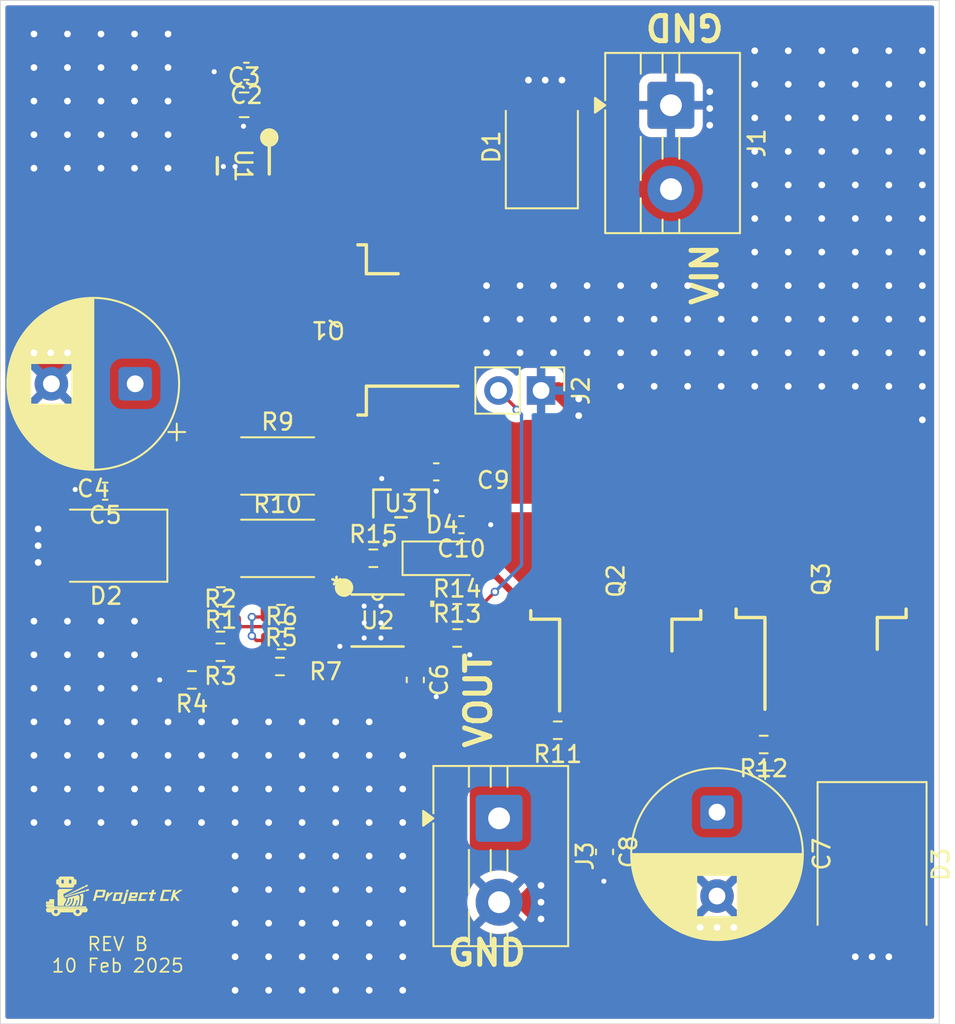
<source format=kicad_pcb>
(kicad_pcb (version 20241229) (generator "pcbnew") (generator_version "9.0")
  (layers (0 "F.Cu" signal) (4 "In1.Cu" signal) (6 "In2.Cu" signal) (2 "B.Cu" signal) (13 "F.Paste" user) (15 "B.Paste" user) (5 "F.SilkS" user "F.Silkscreen") (7 "B.SilkS" user "B.Silkscreen") (1 "F.Mask" user) (3 "B.Mask" user) (25 "Edge.Cuts" user))
  (net 0 "")
  (net 1 "GND")
  (net 2 "/VIN")
  (net 3 "/TIMER")
  (net 4 "/OUT")
  (net 5 "Net-(D4-K)")
  (net 6 "/GATE")
  (net 7 "Net-(J2-Pin_2)")
  (net 8 "Net-(Q1-Gate)")
  (net 9 "/SEN")
  (net 10 "Net-(Q2-Gate)")
  (net 11 "Net-(Q3-Gate)")
  (net 12 "Net-(R1-Pad2)")
  (net 13 "/UVLO")
  (net 14 "Net-(R3-Pad2)")
  (net 15 "Net-(R5-Pad2)")
  (net 16 "/OVLO")
  (net 17 "/PWR")
  (net 18 "Net-(U2-PGD)")
  (net 19 "Net-(U3-BASE)")
  (net 20 "Net-(D1-A1)")
  (net 21 "Net-(U1-VCAP)")
  (footprint "Resistor_SMD:R_2512_6332Metric" (layer "F.Cu") (at 95.5375 80.75)
    (property "Reference" "R9")
    (property "Value" "5mΩ")
  )
  (footprint "Capacitor_THT:CP_Radial_D10.0mm_P5.00mm" (layer "F.Cu") (at 121.75 101.382323 -90)
    (property "Reference" "C7")
    (property "Value" "220uF")
  )
  (footprint "Capacitor_SMD:C_0603_1608Metric" (layer "F.Cu") (at 115.04 103.75 -90)
    (property "Reference" "C8")
    (property "Value" "100nF")
  )
  (footprint "Resistor_SMD:R_0603_1608Metric" (layer "F.Cu") (at 90.425 93.5 180)
    (property "Reference" "R4")
    (property "Value" "7.5kΩ")
  )
  (footprint "Capacitor_SMD:C_0805_2012Metric" (layer "F.Cu") (at 93.54 59.222323)
    (property "Reference" "C3")
    (property "Value" "1uF")
  )
  (footprint "Capacitor_SMD:C_0603_1608Metric" (layer "F.Cu") (at 105 81.1)
    (property "Reference" "C9")
    (property "Value" "47nF")
  )
  (footprint "Resistor_SMD:R_0603_1608Metric" (layer "F.Cu") (at 92.15 88.5 180)
    (property "Reference" "R1")
    (property "Value" "47kΩ")
  )
  (footprint "Resistor_SMD:R_0603_1608Metric" (layer "F.Cu") (at 124.535 97.35 180)
    (property "Reference" "R12")
    (property "Value" "10Ω")
  )
  (footprint "Diode_SMD:D_SMB" (layer "F.Cu") (at 111.3 61.732323 90)
    (property "Reference" "D1")
    (property "Value" "D_TVS")
  )
  (footprint "Resistor_SMD:R_0603_1608Metric" (layer "F.Cu") (at 92.125 90.1)
    (property "Reference" "R2")
    (property "Value" "620Ω")
  )
  (footprint "Capacitor_THT:CP_Radial_D10.0mm_P5.00mm" (layer "F.Cu") (at 87.04 75.85 180)
    (property "Reference" "C4")
    (property "Value" "220uF")
  )
  (footprint "Capacitor_SMD:C_0603_1608Metric" (layer "F.Cu") (at 85.25 82.25 180)
    (property "Reference" "C5")
    (property "Value" "100nF")
  )
  (footprint "TerminalBlock:TerminalBlock_MaiXu_MX126-5.0-02P_1x02_P5.00mm" (layer "F.Cu") (at 119 59.25 -90)
    (property "Reference" "J1")
    (property "Value" "Conn_01x02_Socket")
  )
  (footprint "Resistor_SMD:R_0603_1608Metric" (layer "F.Cu") (at 101.25 86.25)
    (property "Reference" "R15")
    (property "Value" "1kΩ")
  )
  (footprint "Capacitor_SMD:C_0603_1608Metric" (layer "F.Cu") (at 106.5 84.25 180)
    (property "Reference" "C10")
    (property "Value" "100nF")
  )
  (footprint "Protection_Footprint_Library:DBV0006A_N" (layer "F.Cu") (at 93.489998 62.847324 -90)
    (property "Reference" "U1")
    (property "Value" "LM74700QDBVRQ1")
  )
  (footprint "Resistor_SMD:R_0603_1608Metric" (layer "F.Cu") (at 112.25 96.5 180)
    (property "Reference" "R11")
    (property "Value" "10Ω")
  )
  (footprint "Resistor_SMD:R_2512_6332Metric" (layer "F.Cu") (at 95.5375 85.66)
    (property "Reference" "R10")
    (property "Value" "5mΩ")
  )
  (footprint "Diode_SMD:D_SMB" (layer "F.Cu") (at 85.3 85.5 180)
    (property "Reference" "D2")
    (property "Value" "D_TVS")
  )
  (footprint "Protection_Footprint_Library:MUB10A" (layer "F.Cu") (at 101.5 89.96)
    (property "Reference" "U2")
    (property "Value" "LM5069MMX-2/NOPB")
  )
  (footprint "Resistor_SMD:R_0603_1608Metric" (layer "F.Cu") (at 95.675 92.7 180)
    (property "Reference" "R7")
    (property "Value" "3kΩ")
  )
  (footprint "Diode_SMD:D_SOD-123" (layer "F.Cu") (at 105.35 86.25)
    (property "Reference" "D4")
    (property "Value" "1N4148W")
  )
  (footprint "Resistor_SMD:R_0603_1608Metric" (layer "F.Cu") (at 106.25 89.5)
    (property "Reference" "R14")
    (property "Value" "100kΩ")
  )
  (footprint "TerminalBlock:TerminalBlock_MaiXu_MX126-5.0-02P_1x02_P5.00mm" (layer "F.Cu") (at 108.75 101.75 -90)
    (property "Reference" "J3")
    (property "Value" "Conn_01x02_Socket")
  )
  (footprint "LOGO" (layer "F.Cu") (at 85.7285 105.945364)
    (property "Reference" "G***" (hide yes))
    (property "Value" "LOGO" (hide yes))
  )
  (footprint "Protection_Footprint_Library:KTT0002A" (layer "F.Cu") (at 127.96 87.5 90)
    (property "Reference" "Q3")
    (property "Value" "CSD19536KTT")
  )
  (footprint "Resistor_SMD:R_0603_1608Metric" (layer "F.Cu") (at 95.775 91.15)
    (property "Reference" "R6")
    (property "Value" "620Ω")
  )
  (footprint "Diode_SMD:D_SMC" (layer "F.Cu") (at 131 104.5 -90)
    (property "Reference" "D3")
    (property "Value" "D_Schottky")
  )
  (footprint "Protection_Footprint_Library:KTT0002A" (layer "F.Cu") (at 115.71 87.6 90)
    (property "Reference" "Q2")
    (property "Value" "CSD19536KTT")
  )
  (footprint "Protection_Footprint_Library:SOT-23-3_1P4X3P040_ONS" (layer "F.Cu") (at 102.8975 82.984)
    (property "Reference" "U3")
    (property "Value" "MMBT5401LT1G")
  )
  (footprint "Resistor_SMD:R_0603_1608Metric" (layer "F.Cu") (at 106.25 91)
    (property "Reference" "R13")
    (property "Value" "22kΩ")
  )
  (footprint "Resistor_SMD:R_0603_1608Metric" (layer "F.Cu") (at 95.75 89.55 180)
    (property "Reference" "R5")
    (property "Value" "24kΩ")
  )
  (footprint "Capacitor_SMD:C_0603_1608Metric" (layer "F.Cu") (at 93.672323 57.222323 180)
    (property "Reference" "C2")
    (property "Value" "100nF")
  )
  (footprint "Capacitor_SMD:C_0603_1608Metric" (layer "F.Cu") (at 103.75 93.5 -90)
    (property "Reference" "C6")
    (property "Value" "6.8uF")
  )
  (footprint "Connector_PinHeader_2.54mm:PinHeader_1x02_P2.54mm_Vertical" (layer "F.Cu") (at 111.252761 76.250712 -90)
    (property "Reference" "J2")
    (property "Value" "Conn_01x02_Socket")
  )
  (footprint "Resistor_SMD:R_0603_1608Metric" (layer "F.Cu") (at 92.125 91.85 180)
    (property "Reference" "R3")
    (property "Value" "2kΩ")
  )
  (footprint "Protection_Footprint_Library:KTT0002A" (layer "F.Cu") (at 98.55 72.64 180)
    (property "Reference" "Q1")
    (property "Value" "CSD19536KTT")
  )
  (gr_line (start 103.75 91) (end 103.75 92.75) (stroke (width 0.2)) (layer "F.Cu") (net 3))
  (gr_circle (center 95.039997 61.172324) (end 95.539997 61.172324) (stroke (width 0.1)) (fill yes) (layer "F.SilkS"))
  (gr_circle (center 99.5 88) (end 100 88) (stroke (width 0.1)) (fill yes) (layer "F.SilkS"))
  (gr_line (start 135 114) (end 135 53) (stroke (width 0.05)) (layer "Edge.Cuts"))
  (gr_line (start 83 53) (end 79 53) (stroke (width 0.05)) (layer "Edge.Cuts"))
  (gr_line (start 79 114) (end 135 114) (stroke (width 0.05)) (layer "Edge.Cuts"))
  (gr_line (start 135 53) (end 83 53) (stroke (width 0.05)) (layer "Edge.Cuts"))
  (gr_line (start 79 53) (end 79 114) (stroke (width 0.05)) (layer "Edge.Cuts"))
  (gr_text "GND" (at 105.54 110.65 0) (layer "F.SilkS") (effects (font (size 1.5 1.5) (thickness 0.3) (bold yes)) (justify left bottom)))
  (gr_text "VOUT" (at 108.39 97.7 90) (layer "F.SilkS") (effects (font (size 1.5 1.5) (thickness 0.3) (bold yes)) (justify left bottom)))
  (gr_text "GND" (at 122.3 53.7 180) (layer "F.SilkS") (effects (font (size 1.5 1.5) (thickness 0.3) (bold yes)) (justify left bottom)))
  (gr_text "REV B\n10 Feb 2025" (at 86 111 0) (layer "F.SilkS") (effects (font (size 0.8 0.8) (thickness 0.1)) (justify bottom)))
  (gr_text "VIN" (at 121.9 71.31 90) (layer "F.SilkS") (effects (font (size 1.5 1.5) (thickness 0.3) (bold yes)) (justify left bottom)))
  (segment (start 83.56 82.25) (end 83.46 82.15) (width 1) (layer "F.Cu") (net 1))
  (segment (start 104.225 81.475) (end 105 82.25) (width 0.4) (layer "F.Cu") (net 1))
  (segment (start 103.75 94.275) (end 104.775 94.275) (width 0.2) (layer "F.Cu") (net 1))
  (segment (start 82.04 74.04) (end 82 74) (width 1) (layer "F.Cu") (net 1))
  (segment (start 102.218 81.968) (end 101.75 81.5) (width 0.4) (layer "F.Cu") (net 1))
  (segment (start 131 109) (end 132 110) (width 1) (layer "F.Cu") (net 1))
  (segment (start 107.075 91) (end 107.075 91.925) (width 0.2) (layer "F.Cu") (net 1))
  (segment (start 82.04 75.04) (end 81 74) (width 1) (layer "F.Cu") (net 1))
  (segment (start 103.357 81.968) (end 104.225 81.1) (width 0.4) (layer "F.Cu") (net 1))
  (segment (start 82.04 74.96) (end 83 74) (width 1) (layer "F.Cu") (net 1))
  (segment (start 108.75 106.75) (end 110.25 106.75) (width 1) (layer "F.Cu") (net 1))
  (segment (start 82.04 75.85) (end 82.04 75.04) (width 1) (layer "F.Cu") (net 1))
  (segment (start 91.75 57.25) (end 92.869646 57.25) (width 0.4) (layer "F.Cu") (net 1))
  (segment (start 110.25 106.75) (end 111.25 105.75) (width 1) (layer "F.Cu") (net 1))
  (segment (start 115.04 105.46) (end 115 105.5) (width 1) (layer "F.Cu") (net 1))
  (segment (start 112.762761 76.250712) (end 113.512761 75.500712) (width 1) (layer "F.Cu") (net 1))
  (segment (start 113.262761 76.250712) (end 113.512761 76.500712) (width 1) (layer "F.Cu") (net 1))
  (segment (start 99.3029 91.4471) (end 99.25 91.5) (width 0.2) (layer "F.Cu") (net 1))
  (segment (start 93.5 61.462321) (end 93.489998 61.472323) (width 0.4) (layer "F.Cu") (net 1))
  (segment (start 104.225 81.1) (end 104.225 81.475) (width 0.4) (layer "F.Cu") (net 1))
  (segment (start 131 109) (end 130 110) (width 1) (layer "F.Cu") (net 1))
  (segment (start 115.04 104.525) (end 115.04 105.46) (width 1) (layer "F.Cu") (net 1))
  (segment (start 131 107.9) (end 131 109) (width 1) (layer "F.Cu") (net 1))
  (segment (start 83.15 85.5) (end 82.25 85.5) (width 1) (layer "F.Cu") (net 1))
  (segment (start 82.25 85.5) (end 81.25 84.5) (width 1) (layer "F.Cu") (net 1))
  (segment (start 107.075 91.925) (end 107 92) (width 0.2) (layer "F.Cu") (net 1))
  (segment (start 99.3029 90.960001) (end 99.3029 91.4471) (width 0.2) (layer "F.Cu") (net 1))
  (segment (start 92.869646 57.25) (end 92.897323 57.222323) (width 0.4) (layer "F.Cu") (net 1))
  (segment (start 102.8975 81.968) (end 103.357 81.968) (width 0.4) (layer "F.Cu") (net 1))
  (segment (start 102.8975 81.968) (end 102.218 81.968) (width 0.4) (layer "F.Cu") (net 1))
  (segment (start 104.775 94.275) (end 105 94.5) (width 0.2) (layer "F.Cu") (net 1))
  (segment (start 107.275 84.25) (end 108.25 84.25) (width 0.4) (layer "F.Cu") (net 1))
  (segment (start 82.04 75.85) (end 82.04 74.96) (width 1) (layer "F.Cu") (net 1))
  (segment (start 84.475 82.25) (end 83.56 82.25) (width 1) (layer "F.Cu") (net 1))
  (segment (start 131 107.9) (end 131 110) (width 1) (layer "F.Cu") (net 1))
  (segment (start 93.5 60.5) (end 93.5 61.462321) (width 0.4) (layer "F.Cu") (net 1))
  (segment (start 83.15 85.5) (end 81.25 85.5) (width 1) (layer "F.Cu") (net 1))
  (segment (start 82.04 75.85) (end 82.04 74.04) (width 1) (layer "F.Cu") (net 1))
  (segment (start 110.25 106.75) (end 111.25 107.75) (width 1) (layer "F.Cu") (net 1))
  (segment (start 108.75 106.75) (end 111.25 106.75) (width 1) (layer "F.Cu") (net 1))
  (segment (start 82.25 85.5) (end 81.25 86.5) (width 1) (layer "F.Cu") (net 1))
  (segment (start 89.6 93.5) (end 88.5 93.5) (width 0.2) (layer "F.Cu") (net 1))
  (segment (start 112.262761 76.250712) (end 113.512761 77.500712) (width 1) (layer "F.Cu") (net 1))
  (segment (start 94.7 92.85) (end 94.85 92.7) (width 0.2) (layer "F.Cu") (net 1))
  (via (at 82 74) (size 0.8) (drill 0.4) (layers "F.Cu" "B.Cu") (net 1))
  (via (at 87 59) (size 0.8) (drill 0.4) (layers "F.Cu" "B.Cu") (net 1))
  (via (at 113.5 77.75) (size 0.8) (drill 0.4) (layers "F.Cu" "B.Cu") (net 1))
  (via (at 126 74) (size 0.8) (drill 0.4) (layers "F.Cu" "B.Cu") (net 1))
  (via (at 124 60) (size 0.8) (drill 0.4) (layers "F.Cu" "B.Cu") (net 1))
  (via (at 130 68) (size 0.8) (drill 0.4) (layers "F.Cu" "B.Cu") (net 1))
  (via (at 83 98) (size 0.8) (drill 0.4) (layers "F.Cu" "B.Cu") (net 1))
  (via (at 85 59) (size 0.8) (drill 0.4) (layers "F.Cu" "B.Cu") (net 1))
  (via (at 81 55) (size 0.8) (drill 0.4) (layers "F.Cu" "B.Cu") (net 1))
  (via (at 130 62) (size 0.8) (drill 0.4) (layers "F.Cu" "B.Cu") (net 1))
  (via (at 83 100) (size 0.8) (drill 0.4) (layers "F.Cu" "B.Cu") (net 1))
  (via (at 134 64) (size 0.8) (drill 0.4) (layers "F.Cu" "B.Cu") (net 1))
  (via (at 95 106) (size 0.8) (drill 0.4) (layers "F.Cu" "B.Cu") (net 1))
  (via (at 126 62) (size 0.8) (drill 0.4) (layers "F.Cu" "B.Cu") (net 1))
  (via (at 101 96) (size 0.8) (drill 0.4) (layers "F.Cu" "B.Cu") (net 1))
  (via (at 91 102) (size 0.8) (drill 0.4) (layers "F.Cu" "B.Cu") (net 1))
  (via (at 128 72) (size 0.8) (drill 0.4) (layers "F.Cu" "B.Cu") (net 1))
  (via (at 93 106) (size 0.8) (drill 0.4) (layers "F.Cu" "B.Cu") (net 1))
  (via (at 83 96) (size 0.8) (drill 0.4) (layers "F.Cu" "B.Cu") (net 1))
  (via (at 89 57) (size 0.8) (drill 0.4) (layers "F.Cu" "B.Cu") (net 1))
  (via (at 81 61) (size 0.8) (drill 0.4) (layers "F.Cu" "B.Cu") (net 1))
  (via (at 120 72) (size 0.8) (drill 0.4) (layers "F.Cu" "B.Cu") (net 1))
  (via (at 103 110) (size 0.8) (drill 0.4) (layers "F.Cu" "B.Cu") (net 1))
  (via (at 83 94) (size 0.8) (drill 0.4) (layers "F.Cu" "B.Cu") (net 1))
  (via (at 83 59) (size 0.8) (drill 0.4) (layers "F.Cu" "B.Cu") (net 1))
  (via (at 121.3175 59.44) (size 0.8) (drill 0.4) (layers "F.Cu" "B.Cu") (net 1))
  (via (at 126 56) (size 0.8) (drill 0.4) (layers "F.Cu" "B.Cu") (net 1))
  (via (at 114 74) (size 0.8) (drill 0.4) (layers "F.Cu" "B.Cu") (net 1))
  (via (at 83 63) (size 0.8) (drill 0.4) (layers "F.Cu" "B.Cu") (net 1))
  (via (at 126 76) (size 0.8) (drill 0.4) (layers "F.Cu" "B.Cu") (net 1))
  (via (at 101.7 90.1) (size 0.5) (drill 0.3) (layers "F.Cu" "B.Cu") (net 1))
  (via (at 101 108) (size 0.8) (drill 0.4) (layers "F.Cu" "B.Cu") (net 1))
  (via (at 87 102) (size 0.8) (drill 0.4) (layers "F.Cu" "B.Cu") (net 1))
  (via (at 83 57) (size 0.8) (drill 0.4) (layers "F.Cu" "B.Cu") (net 1))
  (via (at 132 68) (size 0.8) (drill 0.4) (layers "F.Cu" "B.Cu") (net 1))
  (via (at 108 72) (size 0.8) (drill 0.4) (layers "F.Cu" "B.Cu") (net 1))
  (via (at 97 112) (size 0.8) (drill 0.4) (layers "F.Cu" "B.Cu") (net 1))
  (via (at 114 70) (size 0.8) (drill 0.4) (layers "F.Cu" "B.Cu") (net 1))
  (via (at 120.75 108.25) (size 0.8) (drill 0.4) (layers "F.Cu" "B.Cu") (net 1))
  (via (at 110 72) (size 0.8) (drill 0.4) (layers "F.Cu" "B.Cu") (net 1))
  (via (at 85 102) (size 0.8) (drill 0.4) (layers "F.Cu" "B.Cu") (net 1))
  (via (at 118 74) (size 0.8) (drill 0.4) (layers "F.Cu" "B.Cu") (net 1))
  (via (at 126 64) (size 0.8) (drill 0.4) (layers "F.Cu" "B.Cu") (net 1))
  (via (at 97 102) (size 0.8) (drill 0.4) (layers "F.Cu" "B.Cu") (net 1))
  (via (at 128 70) (size 0.8) (drill 0.4) (layers "F.Cu" "B.Cu") (net 1))
  (via (at 116 70) (size 0.8) (drill 0.4) (layers "F.Cu" "B.Cu") (net 1))
  (via (at 93 104) (size 0.8) (drill 0.4) (layers "F.Cu" "B.Cu") (net 1))
  (via (at 124 64) (size 0.8) (drill 0.4) (layers "F.Cu" "B.Cu") (net 1))
  (via (at 134 62) (size 0.8) (drill 0.4) (layers "F.Cu" "B.Cu") (net 1))
  (via (at 97 104) (size 0.8) (drill 0.4) (layers "F.Cu" "B.Cu") (net 1))
  (via (at 83 92) (size 0.8) (drill 0.4) (layers "F.Cu" "B.Cu") (net 1))
  (via (at 87 98) (size 0.8) (drill 0.4) (layers "F.Cu" "B.Cu") (net 1))
  (via (at 81 59) (size 0.8) (drill 0.4) (layers "F.Cu" "B.Cu") (net 1))
  (via (at 95 102) (size 0.8) (drill 0.4) (layers "F.Cu" "B.Cu") (net 1))
  (via (at 89 59) (size 0.8) (drill 0.4) (layers "F.Cu" "B.Cu") (net 1))
  (via (at 101.7 89.1) (size 0.5) (drill 0.3) (layers "F.Cu" "B.Cu") (net 1))
  (via (at 99 102) (size 0.8) (drill 0.4) (layers "F.Cu" "B.Cu") (net 1))
  (via (at 132 110) (size 0.8) (drill 0.4) (layers "F.Cu" "B.Cu") (net 1))
  (via (at 130 70) (size 0.8) (drill 0.4) (layers "F.Cu" "B.Cu") (net 1))
  (via (at 91 98) (size 0.8) (drill 0.4) (layers "F.Cu" "B.Cu") (net 1))
  (via (at 126 72) (size 0.8) (drill 0.4) (layers "F.Cu" "B.Cu") (net 1))
  (via (at 88.5 93.5) (size 0.5) (drill 0.3) (layers "F.Cu" "B.Cu") (net 1))
  (via (at 81.25 86.5) (size 0.8) (drill 0.4) (layers "F.Cu" "B.Cu") (net 1))
  (via (at 121.3175 60.44) (size 0.8) (drill 0.4) (layers "F.Cu" "B.Cu") (net 1))
  (via (at 122 70) (size 0.8) (drill 0.4) (layers "F.Cu" "B.Cu") (net 1))
  (via (at 93 102) (size 0.8) (drill 0.4) (layers "F.Cu" "B.Cu") (net 1))
  (via (at 81.25 84.5) (size 0.8) (drill 0.4) (layers "F.Cu" "B.Cu") (net 1))
  (via (at 128 66) (size 0.8) (drill 0.4) (layers "F.Cu" "B.Cu") (net 1))
  (via (at 93 96) (size 0.8) (drill 0.4) (layers "F.Cu" "B.Cu") (net 1))
  (via (at 128 76) (size 0.8) (drill 0.4) (layers "F.Cu" "B.Cu") (net 1))
  (via (at 110.5 57.75) (size 0.8) (drill 0.4) (layers "F.Cu" "B.Cu") (net 1))
  (via (at 101 110) (size 0.8) (drill 0.4) (layers "F.Cu" "B.Cu") (net 1))
  (via (at 122 72) (size 0.8) (drill 0.4) (layers "F.Cu" "B.Cu") (net 1))
  (via (at 99 110) (size 0.8) (drill 0.4) (layers "F.Cu" "B.Cu") (net 1))
  (via (at 131 110) (size 0.8) (drill 0.4) (layers "F.Cu" "B.Cu") (net 1))
  (via (at 134 58) (size 0.8) (drill 0.4) (layers "F.Cu" "B.Cu") (net 1))
  (via (at 85 94) (size 0.8) (drill 0.4) (layers "F.Cu" "B.Cu") (net 1))
  (via (at 120 76) (size 0.8) (drill 0.4) (layers "F.Cu" "B.Cu") (net 1))
  (via (at 111.5 57.75) (size 0.8) (drill 0.4) (layers "F.Cu" "B.Cu") (net 1))
  (via (at 97 96) (size 0.8) (drill 0.4) (layers "F.Cu" "B.Cu") (net 1))
  (via (at 126 66) (size 0.8) (drill 0.4) (layers "F.Cu" "B.Cu") (net 1))
  (via (at 105 94.5) (size 0.5) (drill 0.3) (layers "F.Cu" "B.Cu") (net 1))
  (via (at 126 70) (size 0.8) (drill 0.4) (layers "F.Cu" "B.Cu") (net 1))
  (via (at 85 100) (size 0.8) (drill 0.4) (layers "F.Cu" "B.Cu") (net 1))
  (via (at 128 68) (size 0.8) (drill 0.4) (layers "F.Cu" "B.Cu") (net 1))
  (via (at 103 100) (size 0.8) (drill 0.4) (layers "F.Cu" "B.Cu") (net 1))
  (via (at 95 100) (size 0.8) (drill 0.4) (layers "F.Cu" "B.Cu") (net 1))
  (via (at 89 98) (size 0.8) (drill 0.4) (layers "F.Cu" "B.Cu") (net 1))
  (via (at 92.3 62.9) (size 0.5) (drill 0.3) (layers "F.Cu" "B.Cu") (net 1))
  (via (at 85 61) (size 0.8) (drill 0.4) (layers "F.Cu" "B.Cu") (net 1))
  (via (at 97 110) (size 0.8) (drill 0.4) (layers "F.Cu" "B.Cu") (net 1))
  (via (at 108.25 84.25) (size 0.5) (drill 0.3) (layers "F.Cu" "B.Cu") (net 1))
  (via (at 81 98) (size 0.8) (drill 0.4) (layers "F.Cu" "B.Cu") (net 1))
  (via (at 124 74) (size 0.8) (drill 0.4) (layers "F.Cu" "B.Cu") (net 1))
  (via (at 103 108) (size 0.8) (drill 0.4) (layers "F.Cu" "B.Cu") (net 1))
  (via (at 112 70) (size 0.8) (drill 0.4) (layers "F.Cu" "B.Cu") (net 1))
  (via (at 134 76) (size 0.8) (drill 0.4) (layers "F.Cu" "B.Cu") (net 1))
  (via (at 128 64) (size 0.8) (drill 0.4) (layers "F.Cu" "B.Cu") (net 1))
  (via (at 122 74) (size 0.8) (drill 0.4) (layers "F.Cu" "B.Cu") (net 1))
  (via (at 97 106) (size 0.8) (drill 0.4) (layers "F.Cu" "B.Cu") (net 1))
  (via (at 128 60) (size 0.8) (drill 0.4) (layers "F.Cu" "B.Cu") (net 1))
  (via (at 83.46 82.15) (size 0.5) (drill 0.3) (layers "F.Cu" "B.Cu") (net 1))
  (via (at 110 74) (size 0.8) (drill 0.4) (layers "F.Cu" "B.Cu") (net 1))
  (via (at 126 60) (size 0.8) (drill 0.4) (layers "F.Cu" "B.Cu") (net 1))
  (via (at 112 74) (size 0.8) (drill 0.4) (layers "F.Cu" "B.Cu") (net 1))
  (via (at 85 96) (size 0.8) (drill 0.4) (layers "F.Cu" "B.Cu") (net 1))
  (via (at 83 74) (size 0.8) (drill 0.4) (layers "F.Cu" "B.Cu") (net 1))
  (via (at 132 76) (size 0.8) (drill 0.4) (layers "F.Cu" "B.Cu") (net 1))
  (via (at 89 63) (size 0.8) (drill 0.4) (layers "F.Cu" "B.Cu") (net 1))
  (via (at 134 70) (size 0.8) (drill 0.4) (layers "F.Cu" "B.Cu") (net 1))
  (via (at 130 72) (size 0.8) (drill 0.4) (layers "F.Cu" "B.Cu") (net 1))
  (via (at 85 92) (size 0.8) (drill 0.4) (layers "F.Cu" "B.Cu") (net 1))
  (via (at 83 61) (size 0.8) (drill 0.4) (layers "F.Cu" "B.Cu") (net 1))
  (via (at 116 72) (size 0.8) (drill 0.4) (layers "F.Cu" "B.Cu") (net 1))
  (via (at 103 106) (size 0.8) (drill 0.4) (layers "F.Cu" "B.Cu") (net 1))
  (via (at 93 108) (size 0.8) (drill 0.4) (layers "F.Cu" "B.Cu") (net 1))
  (via (at 130 64) (size 0.8) (drill 0.4) (layers "F.Cu" "B.Cu") (net 1))
  (via (at 83 90) (size 0.8) (drill 0.4) (layers "F.Cu" "B.Cu") (net 1))
  (via (at 99 100) (size 0.8) (drill 0.4) (layers "F.Cu" "B.Cu") (net 1))
  (via (at 101 104) (size 0.8) (drill 0.4) (layers "F.Cu" "B.Cu") (net 1))
  (via (at 97 100) (size 0.8) (drill 0.4) (layers "F.Cu" "B.Cu") (net 1))
  (via (at 91.75 57.25) (size 0.5) (drill 0.3) (layers "F.Cu" "B.Cu") (net 1))
  (via (at 87 100) (size 0.8) (drill 0.4) (layers "F.Cu" "B.Cu") (net 1))
  (via (at 87 57) (size 0.8) (drill 0.4) (layers "F.Cu" "B.Cu") (net 1))
  (via (at 101.7 91) (size 0.5) (drill 0.3) (layers "F.Cu" "B.Cu") (net 1))
  (via (at 120 70) (size 0.8) (drill 0.4) (layers "F.Cu" "B.Cu") (net 1))
  (via (at 124 76) (size 0.8) (drill 0.4) (layers "F.Cu" "B.Cu") (net 1))
  (via (at 134 56) (size 0.8) (drill 0.4) (layers "F.Cu" "B.Cu") (net 1))
  (via (at 93 62.9) (size 0.5) (drill 0.3) (layers "F.Cu" "B.Cu") (net 1))
  (via (at 83 102) (size 0.8) (drill 0.4) (layers "F.Cu" "B.Cu") (net 1))
  (via (at 81 96) (size 0.8) (drill 0.4) (layers "F.Cu" "B.Cu") (net 1))
  (via (at 122.75 108.25) (size 0.8) (drill 0.4) (layers "F.Cu" "B.Cu") (net 1))
  (via (at 112 72) (size 0.8) (drill 0.4) (layers "F.Cu" "B.Cu") (net 1))
  (via (at 132 74) (size 0.8) (drill 0.4) (layers "F.Cu" "B.Cu") (net 1))
  (via (at 81 100) (size 0.8) (drill 0.4) (layers "F.Cu" "B.Cu") (net 1))
  (via (at 101 98) (size 0.8) (drill 0.4) (layers "F.Cu" "B.Cu") (net 1))
  (via (at 99 98) (size 0.8) (drill 0.4) (layers "F.Cu" "B.Cu") (net 1))
  (via (at 118 72) (size 0.8) (drill 0.4) (layers "F.Cu" "B.Cu") (net 1))
  (via (at 95 96) (size 0.8) (drill 0.4) (layers "F.Cu" "B.Cu") (net 1))
  (via (at 85 57) (size 0.8) (drill 0.4) (layers "F.Cu" "B.Cu") (net 1))
  (via (at 124 68) (size 0.8) (drill 0.4) (layers "F.Cu" "B.Cu") (net 1))
  (via (at 111.25 106.75) (size 0.8) (drill 0.4) (layers "F.Cu" "B.Cu") (net 1))
  (via (at 99.25 91.5) (size 0.5) (drill 0.3) (layers "F.Cu" "B.Cu") (net 1))
  (via (at 97 98) (size 0.8) (drill 0.4) (layers "F.Cu" "B.Cu") (net 1))
  (via (at 87 92) (size 0.8) (drill 0.4) (layers "F.Cu" "B.Cu") (net 1))
  (via (at 114 72) (size 0.8) (drill 0.4) (layers "F.Cu" "B.Cu") (net 1))
  (via (at 126 58) (size 0.8) (drill 0.4) (layers "F.Cu" "B.Cu") (net 1))
  (via (at 130 66) (size 0.8) (drill 0.4) (layers "F.Cu" "B.Cu") (net 1))
  (via (at 93 100) (size 0.8) (drill 0.4) (layers "F.Cu" "B.Cu") (net 1))
  (via (at 132 60) (size 0.8) (drill 0.4) (layers "F.Cu" "B.Cu") (net 1))
  (via (at 132 64) (size 0.8) (drill 0.4) (layers "F.Cu" "B.Cu") (net 1))
  (via (at 108 74) (size 0.8) (drill 0.4) (layers "F.Cu" "B.Cu") (net 1))
  (via (at 113.5 76.75) (size 0.8) (drill 0.4) (layers "F.Cu" "B.Cu") (net 1))
  (via (at 116 74) (size 0.8) (drill 0.4) (layers "F.Cu" "B.Cu") (net 1))
  (via (at 132 66) (size 0.8) (drill 0.4) (layers "F.Cu" "B.Cu") (net 1))
  (via (at 85 98) (size 0.8) (drill 0.4) (layers "F.Cu" "B.Cu") (net 1))
  (via (at 116 76) (size 0.8) (drill 0.4) (layers "F.Cu" "B.Cu") (net 1))
  (via (at 95 112) (size 0.8) (drill 0.4) (layers "F.Cu" "B.Cu") (net 1))
  (via (at 87 94) (size 0.8) (drill 0.4) (layers "F.Cu" "B.Cu") (net 1))
  (via (at 124 62) (size 0.8) (drill 0.4) (layers "F.Cu" "B.Cu") (net 1))
  (via (at 83 55) (size 0.8) (drill 0.4) (layers "F.Cu" "B.Cu") (net 1))
  (via (at 89 100) (size 0.8) (drill 0.4) (layers "F.Cu" "B.Cu") (net 1))
  (via (at 95 110) (size 0.8) (drill 0.4) (layers "F.Cu" "B.Cu") (net 1))
  (via (at 132 56) (size 0.8) (drill 0.4) (layers "F.Cu" "B.Cu") (net 1))
  (via (at 81 102) (size 0.8) (drill 0.4) (layers "F.Cu" "B.Cu") (net 1))
  (via (at 87 96) (size 0.8) (drill 0.4) (layers "F.Cu" "B.Cu") (net 1))
  (via (at 93.5 60.5) (size 0.5) (drill 0.3) (layers "F.Cu" "B.Cu") (net 1))
  (via (at 101 102) (size 0.8) (drill 0.4) (layers "F.Cu" "B.Cu") (net 1))
  (via (at 118 76) (size 0.8) (drill 0.4) (layers "F.Cu" "B.Cu") (net 1))
  (via (at 99 112) (size 0.8) (drill 0.4) (layers "F.Cu" "B.Cu") (net 1))
  (via (at 110 70) (size 0.8) (drill 0.4) (layers "F.Cu" "B.Cu") (net 1))
  (via (at 87 63) (size 0.8) (drill 0.4) (layers "F.Cu" "B.Cu") (net 1))
  (via (at 100.7 89.1) (size 0.5) (drill 0.3) (layers "F.Cu" "B.Cu") (net 1))
  (via (at 134 72) (size 0.8) (drill 0.4) (layers "F.Cu" "B.Cu") (net 1))
  (via (at 111.25 107.75) (size 0.8) (drill 0.4) (layers "F.Cu" "B.Cu") (net 1))
  (via (at 121.3175 58.44) (size 0.8) (drill 0.4) (layers "F.Cu" "B.Cu") (net 1))
  (via (at 124 56) (size 0.8) (drill 0.4) (layers "F.Cu" "B.Cu") (net 1))
  (via (at 87 55) (size 0.8) (drill 0.4) (layers "F.Cu" "B.Cu") (net 1))
  (via (at 108 70) (size 0.8) (drill 0.4) (layers "F.Cu" "B.Cu") (net 1))
  (via (at 89 96) (size 0.8) (drill 0.4) (layers "F.Cu" "B.Cu") (net 1))
  (via (at 128 56) (size 0.8) (drill 0.4) (layers "F.Cu" "B.Cu") (net 1))
  (via (at 128 62) (size 0.8) (drill 0.4) (layers "F.Cu" "B.Cu") (net 1))
  (via (at 103 112) (size 0.8) (drill 0.4) (layers "F.Cu" "B.Cu") (net 1))
  (via (at 93 98) (size 0.8) (drill 0.4) (layers "F.Cu" "B.Cu") (net 1))
  (via (at 93 112) (size 0.8) (drill 0.4) (layers "F.Cu" "B.Cu") (net 1))
  (via (at 115 105.5) (size 0.5) (drill 0.3) (layers "F.Cu" "B.Cu") (net 1))
  (via (at 134 78) (size 0.8) (drill 0.4) (layers "F.Cu" "B.Cu") (net 1))
  (via (at 99 108) (size 0.8) (drill 0.4) (layers "F.Cu" "B.Cu") (net 1))
  (via (at 85 90) (size 0.8) (drill 0.4) (layers "F.Cu" "B.Cu") (net 1))
  (via (at 105 82.25) (size 0.5) (drill 0.3) (layers "F.Cu" "B.Cu") (net 1))
  (via (at 132 62) (size 0.8) (drill 0.4) (layers "F.Cu" "B.Cu") (net 1))
  (via (at 124 58) (size 0.8) (drill 0.4) (layers "F.Cu" "B.Cu") (net 1))
  (via (at 130 56) (size 0.8) (drill 0.4) (layers "F.Cu" "B.Cu") (net 1))
  (via (at 89 102) (size 0.8) (drill 0.4) (layers "F.Cu" "B.Cu") (net 1))
  (via (at 107 92) (size 0.5) (drill 0.3) (layers "F.Cu" "B.Cu") (net 1))
  (via (at 134 60) (size 0.8) (drill 0.4) (layers "F.Cu" "B.Cu") (net 1))
  (via (at 89 61) (size 0.8) (drill 0.4) (layers "F.Cu" "B.Cu") (net 1))
  (via (at 134 66) (size 0.8) (drill 0.4) (layers "F.Cu" "B.Cu") (net 1))
  (via (at 91 100) (size 0.8) (drill 0.4) (layers "F.Cu" "B.Cu") (net 1))
  (via (at 111.25 105.75) (size 0.8) (drill 0.4) (layers "F.Cu" "B.Cu") (net 1))
  (via (at 99 106) (size 0.8) (drill 0.4) (layers "F.Cu" "B.Cu") (net 1))
  (via (at 130 110) (size 0.8) (drill 0.4) (layers "F.Cu" "B.Cu") (net 1))
  (via (at 130 60) (size 0.8) (drill 0.4) (layers "F.Cu" "B.Cu") (net 1))
  (via (at 124 66) (size 0.8) (drill 0.4) (layers "F.Cu" "B.Cu") (net 1))
  (via (at 103 98) (size 0.8) (drill 0.4) (layers "F.Cu" "B.Cu") (net 1))
  (via (at 130 58) (size 0.8) (drill 0.4) (layers "F.Cu" "B.Cu") (net 1))
  (via (at 95 104) (size 0.8) (drill 0.4) (layers "F.Cu" "B.Cu") (net 1))
  (via (at 128 74) (size 0.8) (drill 0.4) (layers "F.Cu" "B.Cu") (net 1))
  (via (at 85 63) (size 0.8) (drill 0.4) (layers "F.Cu" "B.Cu") (net 1))
  (via (at 126 68) (size 0.8) (drill 0.4) (layers "F.Cu" "B.Cu") (net 1))
  (via (at 132 72) (size 0.8) (drill 0.4) (layers "F.Cu" "B.Cu") (net 1))
  (via (at 118 70) (size 0.8) (drill 0.4) (layers "F.Cu" "B.Cu") (net 1))
  (via (at 103 104) (size 0.8) (drill 0.4) (layers "F.Cu" "B.Cu") (net 1))
  (via (at 91 96) (size 0.8) (drill 0.4) (layers "F.Cu" "B.Cu") (net 1))
  (via (at 132 70) (size 0.8) (drill 0.4) (layers "F.Cu" "B.Cu") (net 1))
  (via (at 101 112) (size 0.8) (drill 0.4) (layers "F.Cu" "B.Cu") (net 1))
  (via (at 87 90) (size 0.8) (drill 0.4) (layers "F.Cu" "B.Cu") (net 1))
  (via (at 81 63) (size 0.8) (drill 0.4) (layers "F.Cu" "B.Cu") (net 1))
  (via (at 93 110) (size 0.8) (drill 0.4) (layers "F.Cu" "B.Cu") (net 1))
  (via (at 95 98) (size 0.8) (drill 0.4) (layers "F.Cu" "B.Cu") (net 1))
  (via (at 130 74) (size 0.8) (drill 0.4) (layers "F.Cu" "B.Cu") (net 1))
  (via (at 124 72) (size 0.8) (drill 0.4) (layers "F.Cu" "B.Cu") (net 1))
  (via (at 112.5 57.75) (size 0.8) (drill 0.4) (layers "F.Cu" "B.Cu") (net 1))
  (via (at 101.75 81.5) (size 0.5) (drill 0.3) (layers "F.Cu" "B.Cu") (net 1))
  (via (at 99 96) (size 0.8) (drill 0.4) (layers "F.Cu" "B.Cu") (net 1))
  (via (at 81 74) (size 0.8) (drill 0.4) (layers "F.Cu" "B.Cu") (net 1))
  (via (at 85 55) (size 0.8) (drill 0.4) (layers "F.Cu" "B.Cu") (net 1))
  (via (at 81 92) (size 0.8) (drill 0.4) (layers "F.Cu" "B.Cu") (net 1))
  (via (at 101 106) (size 0.8) (drill 0.4) (layers "F.Cu" "B.Cu") (net 1))
  (via (at 89 55) (size 0.8) (drill 0.4) (layers "F.Cu" "B.Cu") (net 1))
  (via (at 122 76) (size 0.8) (drill 0.4) (layers "F.Cu" "B.Cu") (net 1))
  (via (at 120 74) (size 0.8) (drill 0.4) (layers "F.Cu" "B.Cu") (net 1))
  (via (at 124 70) (size 0.8) (drill 0.4) (layers "F.Cu" "B.Cu") (net 1))
  (via (at 81 57) (size 0.8) (drill 0.4) (layers "F.Cu" "B.Cu") (net 1))
  (via (at 95 108) (size 0.8) (drill 0.4) (layers "F.Cu" "B.Cu") (net 1))
  (via (at 132 58) (size 0.8) (drill 0.4) (layers "F.Cu" "B.Cu") (net 1))
  (via (at 100.7 90.1) (size 0.5) (drill 0.3) (layers "F.Cu" "B.Cu") (net 1))
  (via (at 121.75 108.25) (size 0.8) (drill 0.4) (layers "F.Cu" "B.Cu") (net 1))
  (via (at 101 100) (size 0.8) (drill 0.4) (layers "F.Cu" "B.Cu") (net 1))
  (via (at 128 58) (size 0.8) (drill 0.4) (layers "F.Cu" "B.Cu") (net 1))
  (via (at 81.25 85.5) (size 0.8) (drill 0.4) (layers "F.Cu" "B.Cu") (net 1))
  (via (at 134 68) (size 0.8) (drill 0.4) (layers "F.Cu" "B.Cu") (net 1))
  (via (at 99 104) (size 0.8) (drill 0.4) (layers "F.Cu" "B.Cu") (net 1))
  (via (at 103 102) (size 0.8) (drill 0.4) (layers "F.Cu" "B.Cu") (net 1))
  (via (at 87 61) (size 0.8) (drill 0.4) (layers "F.Cu" "B.Cu") (net 1))
  (via (at 81 94) (size 0.8) (drill 0.4) (layers "F.Cu" "B.Cu") (net 1))
  (via (at 100.7 91) (size 0.5) (drill 0.3) (layers "F.Cu" "B.Cu") (net 1))
  (via (at 81 90) (size 0.8) (drill 0.4) (layers "F.Cu" "B.Cu") (net 1))
  (via (at 97 108) (size 0.8) (drill 0.4) (layers "F.Cu" "B.Cu") (net 1))
  (via (at 134 74) (size 0.8) (drill 0.4) (layers "F.Cu" "B.Cu") (net 1))
  (via (at 130 76) (size 0.8) (drill 0.4) (layers "F.Cu" "B.Cu") (net 1))
  (segment (start 92.975 86.06) (end 92.575 85.66) (width 0.2) (layer "F.Cu") (net 2))
  (segment (start 87.815 85.135) (end 87.45 85.5) (width 1) (layer "F.Cu") (net 2))
  (segment (start 91.287999 64.222323) (end 87.04 68.470322) (width 1) (layer "F.Cu") (net 2))
  (segment (start 87.04 68.470322) (end 87.04 75.85) (width 1) (layer "F.Cu") (net 2))
  (segment (start 91.287999 64.222323) (end 92.488999 64.222323) (width 1) (layer "F.Cu") (net 2))
  (segment (start 92.575 80.75) (end 92.575 85.66) (width 1) (layer "F.Cu") (net 2))
  (segment (start 92.975 88.5) (end 92.975 86.06) (width 0.2) (layer "F.Cu") (net 2))
  (segment (start 96.575 89.55) (end 95.525 88.5) (width 0.2) (layer "F.Cu") (net 2))
  (segment (start 96.664999 89.460001) (end 96.575 89.55) (width 0.2) (layer "F.Cu") (net 2))
  (segment (start 92.4 80.575) (end 92.575 80.75) (width 1) (layer "F.Cu") (net 2))
  (segment (start 87.925 85.975) (end 87.45 85.5) (width 1) (layer "F.Cu") (net 2))
  (segment (start 99.3029 89.460001) (end 96.664999 89.460001) (width 0.2) (layer "F.Cu") (net 2))
  (segment (start 95.525 88.5) (end 92.975 88.5) (width 0.2) (layer "F.Cu") (net 2))
  (segment (start 109.15 101.35) (end 108.75 101.75) (width 1) (layer "F.Cu") (net 4))
  (segment (start 131 101.1) (end 131 99.1) (width 1) (layer "F.Cu") (net 4))
  (segment (start 131 99.1) (end 130.5 98.6) (width 1) (layer "F.Cu") (net 4))
  (segment (start 118.25 93.75) (end 120.801 91.199) (width 1) (layer "F.Cu") (net 4))
  (segment (start 122.032323 101.1) (end 121.75 101.382323) (width 1) (layer "F.Cu") (net 4))
  (segment (start 128.049 91.199) (end 130.5 93.65) (width 1) (layer "F.Cu") (net 4))
  (segment (start 102.7103 89.4939) (end 102.7103 95.7103) (width 0.2) (layer "F.Cu") (net 4))
  (segment (start 130.5 100.6) (end 131 101.1) (width 1) (layer "F.Cu") (net 4))
  (segment (start 103.6971 89.460001) (end 102.744199 89.460001) (width 0.2) (layer "F.Cu") (net 4))
  (segment (start 120.801 91.199) (end 128.049 91.199) (width 1) (layer "F.Cu") (net 4))
  (segment (start 102.7103 95.7103) (end 108.75 101.75) (width 0.2) (layer "F.Cu") (net 4))
  (segment (start 102.744199 89.460001) (end 102.7103 89.4939) (width 0.2) (layer "F.Cu") (net 4))
  (segment (start 130.5 93.65) (end 130.5 98.6) (width 1) (layer "F.Cu") (net 4))
  (segment (start 103.85 86.1) (end 103.7 86.25) (width 0.4) (layer "F.Cu") (net 5))
  (segment (start 104.1 84.25) (end 103.85 84) (width 0.4) (layer "F.Cu") (net 5))
  (segment (start 105.775 84.2) (end 105.725 84.25) (width 0.4) (layer "F.Cu") (net 5))
  (segment (start 105.775 81.1) (end 105.775 84.2) (width 0.4) (layer "F.Cu") (net 5))
  (segment (start 103.85 84) (end 103.85 86.1) (width 0.4) (layer "F.Cu") (net 5))
  (segment (start 105.725 84.25) (end 104.1 84.25) (width 0.4) (layer "F.Cu") (net 5))
  (segment (start 100.425 86.25) (end 103.068901 88.893901) (width 0.4) (layer "F.Cu") (net 6))
  (segment (start 103.068901 88.893901) (end 103.631002 88.893901) (width 0.4) (layer "F.Cu") (net 6))
  (segment (start 111.425 90.175) (end 111.425 96.5) (width 0.4) (layer "F.Cu") (net 6))
  (segment (start 123.684 97.376) (end 123.71 97.35) (width 0.4) (layer "F.Cu") (net 6))
  (segment (start 111.425 96.5) (end 112.301 97.376) (width 0.4) (layer "F.Cu") (net 6))
  (segment (start 107.5 86.25) (end 111.425 90.175) (width 0.4) (layer "F.Cu") (net 6))
  (segment (start 104.356099 88.893901) (end 103.6971 88.893901) (width 0.4) (layer "F.Cu") (net 6))
  (segment (start 107 86.25) (end 107.5 86.25) (width 0.4) (layer "F.Cu") (net 6))
  (segment (start 112.301 97.376) (end 123.684 97.376) (width 0.4) (layer "F.Cu") (net 6))
  (segment (start 107 86.25) (end 104.356099 88.893901) (width 0.4) (layer "F.Cu") (net 6))
  (segment (start 107.25 89.5) (end 108.5 88.25) (width 0.2) (layer "F.Cu") (net 7))
  (segment (start 107.075 89.5) (end 107.25 89.5) (width 0.2) (layer "F.Cu") (net 7))
  (segment (start 109.8 77.337951) (end 108.712761 76.250712) (width 0.2) (layer "F.Cu") (net 7))
  (segment (start 109.8 77.4) (end 109.8 77.337951) (width 0.2) (layer "F.Cu") (net 7))
  (via (at 109.8 77.4) (size 0.5) (drill 0.3) (layers "F.Cu" "B.Cu") (net 7))
  (via (at 108.5 88.25) (size 0.5) (drill 0.3) (layers "F.Cu" "B.Cu") (net 7))
  (segment (start 109.8 77.4) (end 110.089 77.689) (width 0.2) (layer "B.Cu") (net 7))
  (segment (start 110.089 77.689) (end 110.089 86.661) (width 0.2) (layer "B.Cu") (net 7))
  (segment (start 110.089 86.661) (end 108.5 88.25) (width 0.2) (layer "B.Cu") (net 7))
  (segment (start 99.351001 67.964) (end 96.331675 67.964) (width 0.4) (layer "F.Cu") (net 8))
  (segment (start 96.331675 67.964) (end 93.489998 65.122323) (width 0.4) (layer "F.Cu") (net 8))
  (segment (start 104.7 73.312999) (end 99.351001 67.964) (width 0.4) (layer "F.Cu") (net 8))
  (segment (start 104.7 75.18) (end 104.7 73.312999) (width 0.4) (layer "F.Cu") (net 8))
  (segment (start 93.489998 65.122323) (end 93.489998 64.222323) (width 0.4) (layer "F.Cu") (net 8))
  (segment (start 98.5 80.75) (end 98.5 85.66) (width 1) (layer "F.Cu") (net 9))
  (segment (start 98.5 88.157099) (end 98.5 85.66) (width 0.2) (layer "F.Cu") (net 9))
  (segment (start 111.784 79.924) (end 115.71 83.85) (width 1) (layer "F.Cu") (net 9))
  (segment (start 99.326 79.924) (end 111.784 79.924) (width 1) (layer "F.Cu") (net 9))
  (segment (start 99.3029 88.959999) (end 98.5 88.157099) (width 0.2) (layer "F.Cu") (net 9))
  (segment (start 98.5 80.75) (end 99.326 79.924) (width 1) (layer "F.Cu") (net 9))
  (segment (start 113.075 96.5) (end 113.075 93.845) (width 0.2) (layer "F.Cu") (net 10))
  (segment (start 113.075 93.845) (end 113.17 93.75) (width 0.2) (layer "F.Cu") (net 10))
  (segment (start 125.36 93.71) (end 125.42 93.65) (width 0.4) (layer "F.Cu") (net 11))
  (segment (start 125.36 97.35) (end 125.36 93.71) (width 0.4) (layer "F.Cu") (net 11))
  (segment (start 91.325 88.5) (end 91.325 90.075) (width 0.2) (layer "F.Cu") (net 12))
  (segment (start 91.325 90.075) (end 91.3 90.1) (width 0.2) (layer "F.Cu") (net 12))
  (segment (start 98.309999 90) (end 98.349999 89.96) (width 0.2) (layer "F.Cu") (net 13))
  (segment (start 97.5 90) (end 98.309999 90) (width 0.2) (layer "F.Cu") (net 13))
  (segment (start 92.95 91.85) (end 92.95 90.1) (width 0.2) (layer "F.Cu") (net 13))
  (segment (start 93.176 90.326) (end 97.174 90.326) (width 0.2) (layer "F.Cu") (net 13))
  (segment (start 92.95 90.1) (end 93.176 90.326) (width 0.2) (layer "F.Cu") (net 13))
  (segment (start 98.349999 89.96) (end 99.3029 89.96) (width 0.2) (layer "F.Cu") (net 13))
  (segment (start 97.174 90.326) (end 97.5 90) (width 0.2) (layer "F.Cu") (net 13))
  (segment (start 91.3 91.85) (end 91.3 93.45) (width 0.2) (layer "F.Cu") (net 14))
  (segment (start 91.3 93.45) (end 91.25 93.5) (width 0.2) (layer "F.Cu") (net 14))
  (segment (start 94 89.75) (end 94.725 89.75) (width 0.2) (layer "F.Cu") (net 15))
  (segment (start 94.725 89.75) (end 94.925 89.55) (width 0.2) (layer "F.Cu") (net 15))
  (segment (start 94.274 91.15) (end 94 90.876) (width 0.2) (layer "F.Cu") (net 15))
  (segment (start 94.95 91.15) (end 94.274 91.15) (width 0.2) (layer "F.Cu") (net 15))
  (via (at 94 90.876) (size 0.5) (drill 0.3) (layers "F.Cu" "B.Cu") (net 15))
  (via (at 94 89.75) (size 0.5) (drill 0.3) (layers "F.Cu" "B.Cu") (net 15))
  (segment (start 94 90.876) (end 94 89.75) (width 0.2) (layer "B.Cu") (net 15))
  (segment (start 96.6 91.15) (end 97.660001 91.15) (width 0.2) (layer "F.Cu") (net 16))
  (segment (start 97.660001 91.15) (end 98.350002 90.459999) (width 0.2) (layer "F.Cu") (net 16))
  (segment (start 96.5 92.7) (end 96.5 91.25) (width 0.2) (layer "F.Cu") (net 16))
  (segment (start 98.350002 90.459999) (end 99.3029 90.459999) (width 0.2) (layer "F.Cu") (net 16))
  (segment (start 96.5 91.25) (end 96.6 91.15) (width 0.2) (layer "F.Cu") (net 16))
  (segment (start 104.884999 90.459999) (end 105.425 91) (width 0.2) (layer "F.Cu") (net 17))
  (segment (start 103.6971 90.459999) (end 104.884999 90.459999) (width 0.2) (layer "F.Cu") (net 17))
  (segment (start 104.965 89.96) (end 105.425 89.5) (width 0.2) (layer "F.Cu") (net 18))
  (segment (start 103.6971 89.96) (end 104.965 89.96) (width 0.2) (layer "F.Cu") (net 18))
  (segment (start 102.075 86.25) (end 102.075 84.13) (width 0.4) (layer "F.Cu") (net 19))
  (segment (start 102.075 84.13) (end 101.945 84) (width 0.4) (layer "F.Cu") (net 19))
  (segment (start 96 58.775) (end 94.447323 57.222323) (width 0.4) (layer "F.Cu") (net 20))
  (segment (start 94.439999 64.222323) (end 96 62.662322) (width 0.4) (layer "F.Cu") (net 20))
  (segment (start 94.447323 57.365) (end 92.59 59.222323) (width 0.4) (layer "F.Cu") (net 20))
  (segment (start 94.490997 64.171325) (end 94.490997 64.222323) (width 1) (layer "F.Cu") (net 20))
  (segment (start 94.662322 64) (end 94.490997 64.171325) (width 1) (layer "F.Cu") (net 20))
  (segment (start 92.59 59.222323) (end 92.59 61.422323) (width 0.4) (layer "F.Cu") (net 20))
  (segment (start 94.447323 57.222323) (end 94.447323 57.365) (width 0.4) (layer "F.Cu") (net 20))
  (segment (start 111.727677 64.31) (end 111.3 63.882323) (width 1) (layer "F.Cu") (net 20))
  (segment (start 119 64.25) (end 118.94 64.31) (width 1) (layer "F.Cu") (net 20))
  (segment (start 92.59 61.422323) (end 92.54 61.472323) (width 0.4) (layer "F.Cu") (net 20))
  (segment (start 96 62.662322) (end 96 58.775) (width 0.4) (layer "F.Cu") (net 20))
  (segment (start 94.447323 59.179646) (end 94.49 59.222323) (width 0.4) (layer "F.Cu") (net 21))
  (segment (start 94.49 59.222323) (end 94.49 61.422322) (width 0.4) (layer "F.Cu") (net 21))
  (segment (start 94.49 61.422322) (end 94.439999 61.472323) (width 0.4) (layer "F.Cu") (net 21))
  (zone (net 4) (net_name "/OUT") (layer "F.Cu") (priority 7) (connect_pads yes (clearance 0.5)) (min_thickness 0.25) (fill yes (thermal_gap 0.5) (thermal_bridge_width 0.5))
    (polygon (pts (xy 117 89) (xy 133 89) (xy 133 103.75) (xy 117 103.75)))
  )
  (zone (net 20) (net_name "Net-(D1-A1)") (layer "F.Cu") (priority 5) (connect_pads yes (clearance 0.5)) (min_thickness 0.25) (fill yes (thermal_gap 0.5) (thermal_bridge_width 0.5))
    (polygon (pts (xy 94 61.632323) (xy 94 68.25) (xy 121.25 68.25) (xy 121.25 61.632323)))
  )
  (zone (net 20) (net_name "Net-(D1-A1)") (layer "F.Cu") (priority 6) (connect_pads yes (clearance 0.5)) (min_thickness 0.25) (fill yes (thermal_gap 0.5) (thermal_bridge_width 0.5))
    (polygon (pts (xy 100.75 68) (xy 100.75 71.75) (xy 106.75 71.75) (xy 106.75 68)))
  )
  (zone (net 9) (net_name "/SEN") (layer "F.Cu") (priority 1) (connect_pads yes (clearance 0.5)) (min_thickness 0.25) (fill yes (thermal_gap 0.5) (thermal_bridge_width 0.5))
    (polygon (pts (xy 132.25 78) (xy 97 78) (xy 97 83) (xy 132 83)))
  )
  (zone (net 2) (net_name "/VIN") (layer "F.Cu") (priority 4) (connect_pads yes (clearance 0.5)) (min_thickness 0.25) (fill yes (thermal_gap 0.5) (thermal_bridge_width 0.5))
    (polygon (pts (xy 85.25 65.5) (xy 95.5 65.5) (xy 95.5375 87.75) (xy 85.25 87.75)))
  )
  (zone (net 9) (net_name "/SEN") (layer "F.Cu") (priority 2) (connect_pads yes (clearance 0.5)) (min_thickness 0.25) (fill yes (thermal_gap 0.5) (thermal_bridge_width 0.5))
    (polygon (pts (xy 111.5 79.5) (xy 111.5 88) (xy 132.25 88) (xy 132.25 79.5)))
  )
  (zone (net 4) (net_name "/OUT") (layer "F.Cu") (priority 3) (connect_pads yes (clearance 0.5)) (min_thickness 0.25) (fill yes (thermal_gap 0.5) (thermal_bridge_width 0.5))
    (polygon (pts (xy 132.75 99.75) (xy 107 99.75) (xy 107 103.75) (xy 132.75 103.75)))
  )
  (zone (net 1) (net_name "GND") (layers "F.Cu" "B.Cu" "In1.Cu" "In2.Cu") (connect_pads (clearance 0.5)) (min_thickness 0.25) (fill yes (thermal_gap 0.5) (thermal_bridge_width 0.5))
    (polygon (pts (xy 79 53) (xy 79 114) (xy 135 114) (xy 135 53)))
  )
)
</source>
